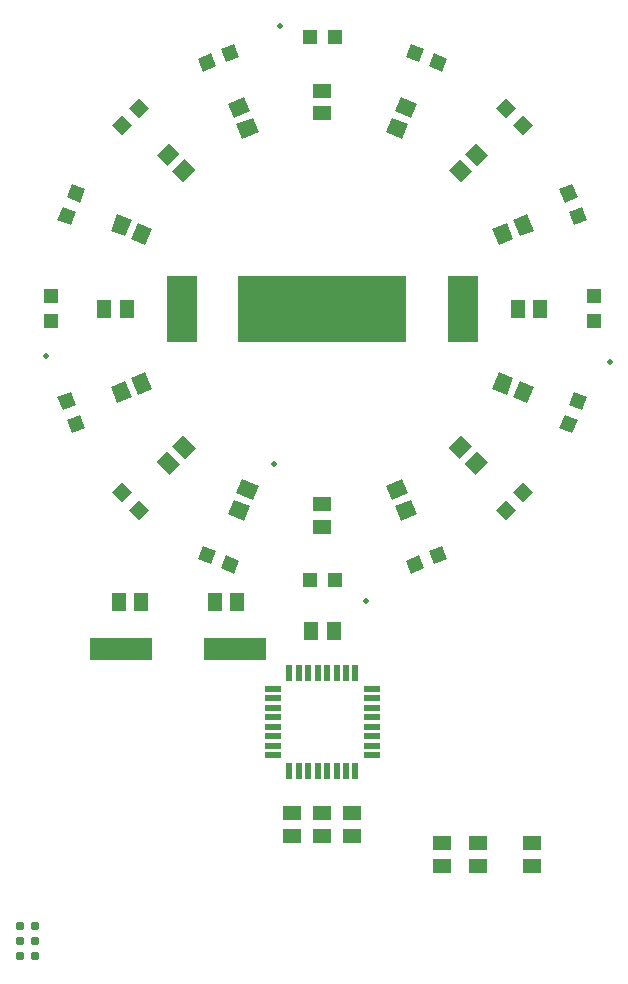
<source format=gtp>
G04 EAGLE Gerber RS-274X export*
G75*
%MOMM*%
%FSLAX34Y34*%
%LPD*%
%INSolderpaste Top*%
%IPPOS*%
%AMOC8*
5,1,8,0,0,1.08239X$1,22.5*%
G01*
%ADD10R,0.550000X1.470000*%
%ADD11R,1.470000X0.550000*%
%ADD12R,2.600000X5.560000*%
%ADD13R,14.320000X5.560000*%
%ADD14R,1.300000X1.500000*%
%ADD15R,1.500000X1.300000*%
%ADD16R,1.200000X1.200000*%
%ADD17R,1.200000X1.200000*%
%ADD18R,5.334000X1.930400*%
%ADD19C,0.787400*%
%ADD20C,0.508000*%


D10*
X328000Y341700D03*
X320000Y341700D03*
X312000Y341700D03*
X304000Y341700D03*
X296000Y341700D03*
X288000Y341700D03*
X280000Y341700D03*
X272000Y341700D03*
D11*
X258300Y328000D03*
X258300Y320000D03*
X258300Y312000D03*
X258300Y304000D03*
X258300Y296000D03*
X258300Y288000D03*
X258300Y280000D03*
X258300Y272000D03*
D10*
X272000Y258300D03*
X280000Y258300D03*
X288000Y258300D03*
X296000Y258300D03*
X304000Y258300D03*
X312000Y258300D03*
X320000Y258300D03*
X328000Y258300D03*
D11*
X341700Y272000D03*
X341700Y280000D03*
X341700Y288000D03*
X341700Y296000D03*
X341700Y304000D03*
X341700Y312000D03*
X341700Y320000D03*
X341700Y328000D03*
D12*
X180950Y650000D03*
X419050Y650000D03*
D13*
X300000Y650000D03*
D14*
X309500Y377460D03*
X290500Y377460D03*
D15*
X325120Y203860D03*
X325120Y222860D03*
D16*
X310500Y880000D03*
X289500Y880000D03*
D15*
X300000Y834500D03*
X300000Y815500D03*
D17*
G36*
X218437Y858671D02*
X213845Y869757D01*
X224931Y874349D01*
X229523Y863263D01*
X218437Y858671D01*
G37*
G36*
X199035Y850635D02*
X194443Y861721D01*
X205529Y866313D01*
X210121Y855227D01*
X199035Y850635D01*
G37*
D14*
G36*
X224954Y811581D02*
X219979Y823591D01*
X233836Y829331D01*
X238811Y817321D01*
X224954Y811581D01*
G37*
G36*
X232225Y794027D02*
X227250Y806037D01*
X241107Y811777D01*
X246082Y799767D01*
X232225Y794027D01*
G37*
D17*
G36*
X144790Y811574D02*
X136305Y820059D01*
X144790Y828544D01*
X153275Y820059D01*
X144790Y811574D01*
G37*
G36*
X129941Y796725D02*
X121456Y805210D01*
X129941Y813695D01*
X138426Y805210D01*
X129941Y796725D01*
G37*
D14*
G36*
X168832Y770562D02*
X159640Y779754D01*
X170246Y790360D01*
X179438Y781168D01*
X168832Y770562D01*
G37*
G36*
X182267Y757127D02*
X173075Y766319D01*
X183681Y776925D01*
X192873Y767733D01*
X182267Y757127D01*
G37*
D17*
G36*
X94773Y739879D02*
X83687Y744471D01*
X88279Y755557D01*
X99365Y750965D01*
X94773Y739879D01*
G37*
G36*
X86737Y720477D02*
X75651Y725069D01*
X80243Y736155D01*
X91329Y731563D01*
X86737Y720477D01*
G37*
D14*
G36*
X132679Y711189D02*
X120669Y716164D01*
X126409Y730021D01*
X138419Y725046D01*
X132679Y711189D01*
G37*
G36*
X150233Y703918D02*
X138223Y708893D01*
X143963Y722750D01*
X155973Y717775D01*
X150233Y703918D01*
G37*
D16*
X70000Y660500D03*
X70000Y639500D03*
D14*
X115500Y650000D03*
X134500Y650000D03*
D17*
G36*
X386155Y869757D02*
X381563Y858671D01*
X370477Y863263D01*
X375069Y874349D01*
X386155Y869757D01*
G37*
G36*
X405557Y861721D02*
X400965Y850635D01*
X389879Y855227D01*
X394471Y866313D01*
X405557Y861721D01*
G37*
D14*
G36*
X372750Y806037D02*
X367775Y794027D01*
X353918Y799767D01*
X358893Y811777D01*
X372750Y806037D01*
G37*
G36*
X380021Y823591D02*
X375046Y811581D01*
X361189Y817321D01*
X366164Y829331D01*
X380021Y823591D01*
G37*
D17*
G36*
X463695Y820059D02*
X455210Y811574D01*
X446725Y820059D01*
X455210Y828544D01*
X463695Y820059D01*
G37*
G36*
X478544Y805210D02*
X470059Y796725D01*
X461574Y805210D01*
X470059Y813695D01*
X478544Y805210D01*
G37*
D14*
G36*
X426925Y766319D02*
X417733Y757127D01*
X407127Y767733D01*
X416319Y776925D01*
X426925Y766319D01*
G37*
G36*
X440360Y779754D02*
X431168Y770562D01*
X420562Y781168D01*
X429754Y790360D01*
X440360Y779754D01*
G37*
D17*
G36*
X516313Y744471D02*
X505227Y739879D01*
X500635Y750965D01*
X511721Y755557D01*
X516313Y744471D01*
G37*
G36*
X524349Y725069D02*
X513263Y720477D01*
X508671Y731563D01*
X519757Y736155D01*
X524349Y725069D01*
G37*
D14*
G36*
X461777Y708893D02*
X449767Y703918D01*
X444027Y717775D01*
X456037Y722750D01*
X461777Y708893D01*
G37*
G36*
X479331Y716164D02*
X467321Y711189D01*
X461581Y725046D01*
X473591Y730021D01*
X479331Y716164D01*
G37*
X465500Y650000D03*
X484500Y650000D03*
D16*
X530000Y660500D03*
X530000Y639500D03*
D17*
G36*
X519757Y563845D02*
X508671Y568437D01*
X513263Y579523D01*
X524349Y574931D01*
X519757Y563845D01*
G37*
G36*
X511721Y544443D02*
X500635Y549035D01*
X505227Y560121D01*
X516313Y555529D01*
X511721Y544443D01*
G37*
D14*
G36*
X456037Y577250D02*
X444027Y582225D01*
X449767Y596082D01*
X461777Y591107D01*
X456037Y577250D01*
G37*
G36*
X473591Y569979D02*
X461581Y574954D01*
X467321Y588811D01*
X479331Y583836D01*
X473591Y569979D01*
G37*
D17*
G36*
X470059Y486305D02*
X461574Y494790D01*
X470059Y503275D01*
X478544Y494790D01*
X470059Y486305D01*
G37*
G36*
X455210Y471456D02*
X446725Y479941D01*
X455210Y488426D01*
X463695Y479941D01*
X455210Y471456D01*
G37*
D14*
G36*
X416319Y523075D02*
X407127Y532267D01*
X417733Y542873D01*
X426925Y533681D01*
X416319Y523075D01*
G37*
G36*
X429754Y509640D02*
X420562Y518832D01*
X431168Y529438D01*
X440360Y520246D01*
X429754Y509640D01*
G37*
D17*
G36*
X394471Y433687D02*
X389879Y444773D01*
X400965Y449365D01*
X405557Y438279D01*
X394471Y433687D01*
G37*
G36*
X375069Y425651D02*
X370477Y436737D01*
X381563Y441329D01*
X386155Y430243D01*
X375069Y425651D01*
G37*
D14*
G36*
X358893Y488223D02*
X353918Y500233D01*
X367775Y505973D01*
X372750Y493963D01*
X358893Y488223D01*
G37*
G36*
X366164Y470669D02*
X361189Y482679D01*
X375046Y488419D01*
X380021Y476409D01*
X366164Y470669D01*
G37*
D17*
G36*
X91329Y568437D02*
X80243Y563845D01*
X75651Y574931D01*
X86737Y579523D01*
X91329Y568437D01*
G37*
G36*
X99365Y549035D02*
X88279Y544443D01*
X83687Y555529D01*
X94773Y560121D01*
X99365Y549035D01*
G37*
D14*
G36*
X138419Y574954D02*
X126409Y569979D01*
X120669Y583836D01*
X132679Y588811D01*
X138419Y574954D01*
G37*
G36*
X155973Y582225D02*
X143963Y577250D01*
X138223Y591107D01*
X150233Y596082D01*
X155973Y582225D01*
G37*
D17*
G36*
X138426Y494790D02*
X129941Y486305D01*
X121456Y494790D01*
X129941Y503275D01*
X138426Y494790D01*
G37*
G36*
X153275Y479941D02*
X144790Y471456D01*
X136305Y479941D01*
X144790Y488426D01*
X153275Y479941D01*
G37*
D14*
G36*
X179438Y518832D02*
X170246Y509640D01*
X159640Y520246D01*
X168832Y529438D01*
X179438Y518832D01*
G37*
G36*
X192873Y532267D02*
X183681Y523075D01*
X173075Y533681D01*
X182267Y542873D01*
X192873Y532267D01*
G37*
D17*
G36*
X210121Y444773D02*
X205529Y433687D01*
X194443Y438279D01*
X199035Y449365D01*
X210121Y444773D01*
G37*
G36*
X229523Y436737D02*
X224931Y425651D01*
X213845Y430243D01*
X218437Y441329D01*
X229523Y436737D01*
G37*
D14*
G36*
X238811Y482679D02*
X233836Y470669D01*
X219979Y476409D01*
X224954Y488419D01*
X238811Y482679D01*
G37*
G36*
X246082Y500233D02*
X241107Y488223D01*
X227250Y493963D01*
X232225Y505973D01*
X246082Y500233D01*
G37*
D16*
X289500Y420000D03*
X310500Y420000D03*
D15*
X300000Y484500D03*
X300000Y465500D03*
D14*
X227940Y401320D03*
X208940Y401320D03*
X127660Y401320D03*
X146660Y401320D03*
D15*
X274320Y222860D03*
X274320Y203860D03*
X299720Y222860D03*
X299720Y203860D03*
D18*
X129540Y362220D03*
X226060Y362220D03*
D19*
X56350Y127450D03*
X43650Y127450D03*
X56350Y114750D03*
X43650Y114750D03*
X56350Y102050D03*
X43650Y102050D03*
D15*
X477520Y197460D03*
X477520Y178460D03*
X431800Y197460D03*
X431800Y178460D03*
X401320Y178460D03*
X401320Y197460D03*
D20*
X336550Y402590D03*
X543560Y604520D03*
X264160Y889000D03*
X66040Y609600D03*
X259080Y518160D03*
M02*

</source>
